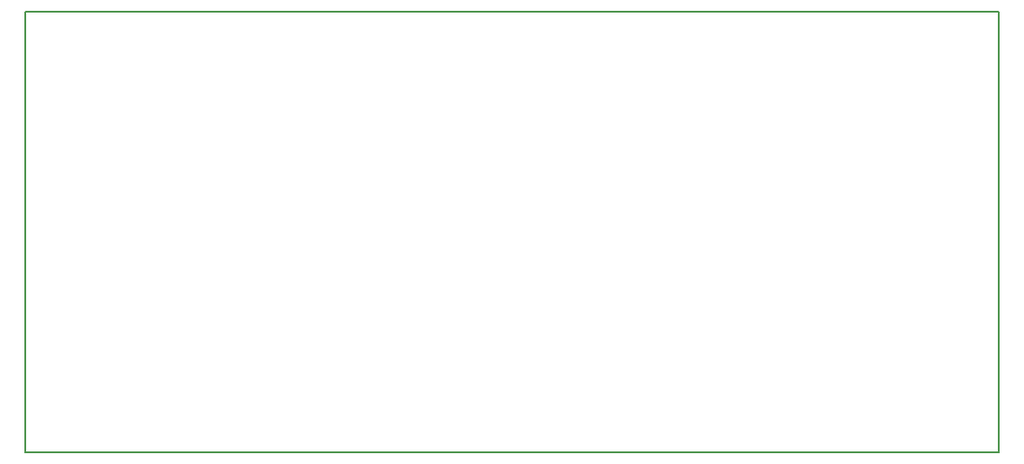
<source format=gm1>
G04 #@! TF.FileFunction,Profile,NP*
%FSLAX46Y46*%
G04 Gerber Fmt 4.6, Leading zero omitted, Abs format (unit mm)*
G04 Created by KiCad (PCBNEW 4.0.6-e0-6349~53~ubuntu16.04.1) date Sat Apr 29 18:22:20 2017*
%MOMM*%
%LPD*%
G01*
G04 APERTURE LIST*
%ADD10C,0.100000*%
%ADD11C,0.150000*%
G04 APERTURE END LIST*
D10*
D11*
X52324000Y-125984000D02*
X52324000Y-125476000D01*
X143764000Y-125984000D02*
X52324000Y-125984000D01*
X143764000Y-125476000D02*
X143764000Y-125984000D01*
X52324000Y-84582000D02*
X52324000Y-125476000D01*
X52832000Y-84582000D02*
X52324000Y-84582000D01*
X143764000Y-84582000D02*
X52832000Y-84582000D01*
X143764000Y-85090000D02*
X143764000Y-84582000D01*
X143764000Y-85090000D02*
X143764000Y-125476000D01*
M02*

</source>
